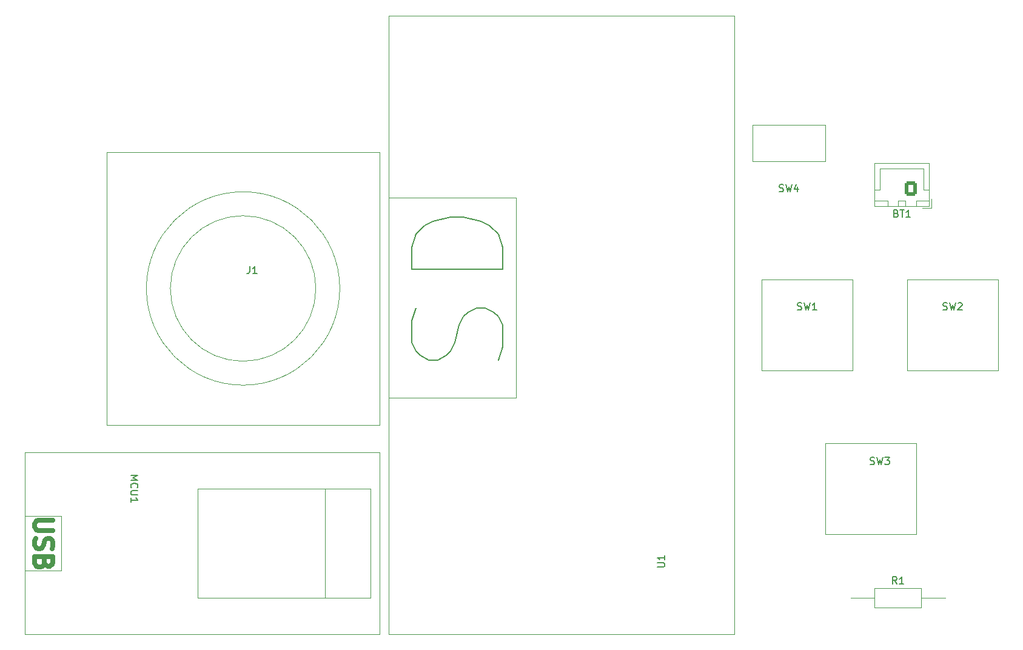
<source format=gto>
G04 #@! TF.GenerationSoftware,KiCad,Pcbnew,(6.0.10)*
G04 #@! TF.CreationDate,2024-03-15T22:27:51-04:00*
G04 #@! TF.ProjectId,RL2D,524c3244-2e6b-4696-9361-645f70636258,v0.6*
G04 #@! TF.SameCoordinates,Original*
G04 #@! TF.FileFunction,Legend,Top*
G04 #@! TF.FilePolarity,Positive*
%FSLAX46Y46*%
G04 Gerber Fmt 4.6, Leading zero omitted, Abs format (unit mm)*
G04 Created by KiCad (PCBNEW (6.0.10)) date 2024-03-15 22:27:51*
%MOMM*%
%LPD*%
G01*
G04 APERTURE LIST*
G04 Aperture macros list*
%AMRoundRect*
0 Rectangle with rounded corners*
0 $1 Rounding radius*
0 $2 $3 $4 $5 $6 $7 $8 $9 X,Y pos of 4 corners*
0 Add a 4 corners polygon primitive as box body*
4,1,4,$2,$3,$4,$5,$6,$7,$8,$9,$2,$3,0*
0 Add four circle primitives for the rounded corners*
1,1,$1+$1,$2,$3*
1,1,$1+$1,$4,$5*
1,1,$1+$1,$6,$7*
1,1,$1+$1,$8,$9*
0 Add four rect primitives between the rounded corners*
20,1,$1+$1,$2,$3,$4,$5,0*
20,1,$1+$1,$4,$5,$6,$7,0*
20,1,$1+$1,$6,$7,$8,$9,0*
20,1,$1+$1,$8,$9,$2,$3,0*%
G04 Aperture macros list end*
%ADD10C,0.150000*%
%ADD11C,0.635000*%
%ADD12C,0.120000*%
%ADD13C,1.600000*%
%ADD14O,1.600000X1.600000*%
%ADD15C,1.524000*%
%ADD16RoundRect,0.250000X0.600000X0.750000X-0.600000X0.750000X-0.600000X-0.750000X0.600000X-0.750000X0*%
%ADD17O,1.700000X2.000000*%
G04 APERTURE END LIST*
D10*
X195413333Y-102222380D02*
X195080000Y-101746190D01*
X194841904Y-102222380D02*
X194841904Y-101222380D01*
X195222857Y-101222380D01*
X195318095Y-101270000D01*
X195365714Y-101317619D01*
X195413333Y-101412857D01*
X195413333Y-101555714D01*
X195365714Y-101650952D01*
X195318095Y-101698571D01*
X195222857Y-101746190D01*
X194841904Y-101746190D01*
X196365714Y-102222380D02*
X195794285Y-102222380D01*
X196080000Y-102222380D02*
X196080000Y-101222380D01*
X195984761Y-101365238D01*
X195889523Y-101460476D01*
X195794285Y-101508095D01*
X181546666Y-63904761D02*
X181689523Y-63952380D01*
X181927619Y-63952380D01*
X182022857Y-63904761D01*
X182070476Y-63857142D01*
X182118095Y-63761904D01*
X182118095Y-63666666D01*
X182070476Y-63571428D01*
X182022857Y-63523809D01*
X181927619Y-63476190D01*
X181737142Y-63428571D01*
X181641904Y-63380952D01*
X181594285Y-63333333D01*
X181546666Y-63238095D01*
X181546666Y-63142857D01*
X181594285Y-63047619D01*
X181641904Y-63000000D01*
X181737142Y-62952380D01*
X181975238Y-62952380D01*
X182118095Y-63000000D01*
X182451428Y-62952380D02*
X182689523Y-63952380D01*
X182880000Y-63238095D01*
X183070476Y-63952380D01*
X183308571Y-62952380D01*
X184213333Y-63952380D02*
X183641904Y-63952380D01*
X183927619Y-63952380D02*
X183927619Y-62952380D01*
X183832380Y-63095238D01*
X183737142Y-63190476D01*
X183641904Y-63238095D01*
X162012380Y-99821904D02*
X162821904Y-99821904D01*
X162917142Y-99774285D01*
X162964761Y-99726666D01*
X163012380Y-99631428D01*
X163012380Y-99440952D01*
X162964761Y-99345714D01*
X162917142Y-99298095D01*
X162821904Y-99250476D01*
X162012380Y-99250476D01*
X163012380Y-98250476D02*
X163012380Y-98821904D01*
X163012380Y-98536190D02*
X162012380Y-98536190D01*
X162155238Y-98631428D01*
X162250476Y-98726666D01*
X162298095Y-98821904D01*
X139760476Y-70938571D02*
X140365238Y-69124285D01*
X140365238Y-66100476D01*
X139760476Y-64890952D01*
X139155714Y-64286190D01*
X137946190Y-63681428D01*
X136736666Y-63681428D01*
X135527142Y-64286190D01*
X134922380Y-64890952D01*
X134317619Y-66100476D01*
X133712857Y-68519523D01*
X133108095Y-69729047D01*
X132503333Y-70333809D01*
X131293809Y-70938571D01*
X130084285Y-70938571D01*
X128874761Y-70333809D01*
X128270000Y-69729047D01*
X127665238Y-68519523D01*
X127665238Y-65495714D01*
X128270000Y-63681428D01*
X140365238Y-58238571D02*
X127665238Y-58238571D01*
X127665238Y-55214761D01*
X128270000Y-53400476D01*
X129479523Y-52190952D01*
X130689047Y-51586190D01*
X133108095Y-50981428D01*
X134922380Y-50981428D01*
X137341428Y-51586190D01*
X138550952Y-52190952D01*
X139760476Y-53400476D01*
X140365238Y-55214761D01*
X140365238Y-58238571D01*
X201866666Y-63904761D02*
X202009523Y-63952380D01*
X202247619Y-63952380D01*
X202342857Y-63904761D01*
X202390476Y-63857142D01*
X202438095Y-63761904D01*
X202438095Y-63666666D01*
X202390476Y-63571428D01*
X202342857Y-63523809D01*
X202247619Y-63476190D01*
X202057142Y-63428571D01*
X201961904Y-63380952D01*
X201914285Y-63333333D01*
X201866666Y-63238095D01*
X201866666Y-63142857D01*
X201914285Y-63047619D01*
X201961904Y-63000000D01*
X202057142Y-62952380D01*
X202295238Y-62952380D01*
X202438095Y-63000000D01*
X202771428Y-62952380D02*
X203009523Y-63952380D01*
X203200000Y-63238095D01*
X203390476Y-63952380D01*
X203628571Y-62952380D01*
X203961904Y-63047619D02*
X204009523Y-63000000D01*
X204104761Y-62952380D01*
X204342857Y-62952380D01*
X204438095Y-63000000D01*
X204485714Y-63047619D01*
X204533333Y-63142857D01*
X204533333Y-63238095D01*
X204485714Y-63380952D01*
X203914285Y-63952380D01*
X204533333Y-63952380D01*
X105076666Y-57872380D02*
X105076666Y-58586666D01*
X105029047Y-58729523D01*
X104933809Y-58824761D01*
X104790952Y-58872380D01*
X104695714Y-58872380D01*
X106076666Y-58872380D02*
X105505238Y-58872380D01*
X105790952Y-58872380D02*
X105790952Y-57872380D01*
X105695714Y-58015238D01*
X105600476Y-58110476D01*
X105505238Y-58158095D01*
X191706666Y-85494761D02*
X191849523Y-85542380D01*
X192087619Y-85542380D01*
X192182857Y-85494761D01*
X192230476Y-85447142D01*
X192278095Y-85351904D01*
X192278095Y-85256666D01*
X192230476Y-85161428D01*
X192182857Y-85113809D01*
X192087619Y-85066190D01*
X191897142Y-85018571D01*
X191801904Y-84970952D01*
X191754285Y-84923333D01*
X191706666Y-84828095D01*
X191706666Y-84732857D01*
X191754285Y-84637619D01*
X191801904Y-84590000D01*
X191897142Y-84542380D01*
X192135238Y-84542380D01*
X192278095Y-84590000D01*
X192611428Y-84542380D02*
X192849523Y-85542380D01*
X193040000Y-84828095D01*
X193230476Y-85542380D01*
X193468571Y-84542380D01*
X193754285Y-84542380D02*
X194373333Y-84542380D01*
X194040000Y-84923333D01*
X194182857Y-84923333D01*
X194278095Y-84970952D01*
X194325714Y-85018571D01*
X194373333Y-85113809D01*
X194373333Y-85351904D01*
X194325714Y-85447142D01*
X194278095Y-85494761D01*
X194182857Y-85542380D01*
X193897142Y-85542380D01*
X193801904Y-85494761D01*
X193754285Y-85447142D01*
X88447619Y-87066666D02*
X89447619Y-87066666D01*
X88733333Y-87400000D01*
X89447619Y-87733333D01*
X88447619Y-87733333D01*
X88542857Y-88780952D02*
X88495238Y-88733333D01*
X88447619Y-88590476D01*
X88447619Y-88495238D01*
X88495238Y-88352380D01*
X88590476Y-88257142D01*
X88685714Y-88209523D01*
X88876190Y-88161904D01*
X89019047Y-88161904D01*
X89209523Y-88209523D01*
X89304761Y-88257142D01*
X89400000Y-88352380D01*
X89447619Y-88495238D01*
X89447619Y-88590476D01*
X89400000Y-88733333D01*
X89352380Y-88780952D01*
X89447619Y-89209523D02*
X88638095Y-89209523D01*
X88542857Y-89257142D01*
X88495238Y-89304761D01*
X88447619Y-89400000D01*
X88447619Y-89590476D01*
X88495238Y-89685714D01*
X88542857Y-89733333D01*
X88638095Y-89780952D01*
X89447619Y-89780952D01*
X88447619Y-90780952D02*
X88447619Y-90209523D01*
X88447619Y-90495238D02*
X89447619Y-90495238D01*
X89304761Y-90400000D01*
X89209523Y-90304761D01*
X89161904Y-90209523D01*
D11*
X77590952Y-93314761D02*
X75534761Y-93314761D01*
X75292857Y-93435714D01*
X75171904Y-93556666D01*
X75050952Y-93798571D01*
X75050952Y-94282380D01*
X75171904Y-94524285D01*
X75292857Y-94645238D01*
X75534761Y-94766190D01*
X77590952Y-94766190D01*
X75171904Y-95854761D02*
X75050952Y-96217619D01*
X75050952Y-96822380D01*
X75171904Y-97064285D01*
X75292857Y-97185238D01*
X75534761Y-97306190D01*
X75776666Y-97306190D01*
X76018571Y-97185238D01*
X76139523Y-97064285D01*
X76260476Y-96822380D01*
X76381428Y-96338571D01*
X76502380Y-96096666D01*
X76623333Y-95975714D01*
X76865238Y-95854761D01*
X77107142Y-95854761D01*
X77349047Y-95975714D01*
X77470000Y-96096666D01*
X77590952Y-96338571D01*
X77590952Y-96943333D01*
X77470000Y-97306190D01*
X76381428Y-99241428D02*
X76260476Y-99604285D01*
X76139523Y-99725238D01*
X75897619Y-99846190D01*
X75534761Y-99846190D01*
X75292857Y-99725238D01*
X75171904Y-99604285D01*
X75050952Y-99362380D01*
X75050952Y-98394761D01*
X77590952Y-98394761D01*
X77590952Y-99241428D01*
X77470000Y-99483333D01*
X77349047Y-99604285D01*
X77107142Y-99725238D01*
X76865238Y-99725238D01*
X76623333Y-99604285D01*
X76502380Y-99483333D01*
X76381428Y-99241428D01*
X76381428Y-98394761D01*
D10*
X195344285Y-50463571D02*
X195487142Y-50511190D01*
X195534761Y-50558809D01*
X195582380Y-50654047D01*
X195582380Y-50796904D01*
X195534761Y-50892142D01*
X195487142Y-50939761D01*
X195391904Y-50987380D01*
X195010952Y-50987380D01*
X195010952Y-49987380D01*
X195344285Y-49987380D01*
X195439523Y-50035000D01*
X195487142Y-50082619D01*
X195534761Y-50177857D01*
X195534761Y-50273095D01*
X195487142Y-50368333D01*
X195439523Y-50415952D01*
X195344285Y-50463571D01*
X195010952Y-50463571D01*
X195868095Y-49987380D02*
X196439523Y-49987380D01*
X196153809Y-50987380D02*
X196153809Y-49987380D01*
X197296666Y-50987380D02*
X196725238Y-50987380D01*
X197010952Y-50987380D02*
X197010952Y-49987380D01*
X196915714Y-50130238D01*
X196820476Y-50225476D01*
X196725238Y-50273095D01*
X179006666Y-47394761D02*
X179149523Y-47442380D01*
X179387619Y-47442380D01*
X179482857Y-47394761D01*
X179530476Y-47347142D01*
X179578095Y-47251904D01*
X179578095Y-47156666D01*
X179530476Y-47061428D01*
X179482857Y-47013809D01*
X179387619Y-46966190D01*
X179197142Y-46918571D01*
X179101904Y-46870952D01*
X179054285Y-46823333D01*
X179006666Y-46728095D01*
X179006666Y-46632857D01*
X179054285Y-46537619D01*
X179101904Y-46490000D01*
X179197142Y-46442380D01*
X179435238Y-46442380D01*
X179578095Y-46490000D01*
X179911428Y-46442380D02*
X180149523Y-47442380D01*
X180340000Y-46728095D01*
X180530476Y-47442380D01*
X180768571Y-46442380D01*
X181578095Y-46775714D02*
X181578095Y-47442380D01*
X181340000Y-46394761D02*
X181101904Y-47109047D01*
X181720952Y-47109047D01*
D12*
X192310000Y-102770000D02*
X192310000Y-105510000D01*
X192310000Y-105510000D02*
X198850000Y-105510000D01*
X198850000Y-102770000D02*
X192310000Y-102770000D01*
X189000000Y-104140000D02*
X192310000Y-104140000D01*
X198850000Y-105510000D02*
X198850000Y-102770000D01*
X202160000Y-104140000D02*
X198850000Y-104140000D01*
X189230000Y-59690000D02*
X176530000Y-59690000D01*
X176530000Y-59690000D02*
X176530000Y-72390000D01*
X176530000Y-72390000D02*
X189230000Y-72390000D01*
X189230000Y-72390000D02*
X189230000Y-59690000D01*
X124460000Y-22860000D02*
X172720000Y-22860000D01*
X172720000Y-22860000D02*
X172720000Y-109220000D01*
X172720000Y-109220000D02*
X124460000Y-109220000D01*
X124460000Y-109220000D02*
X124460000Y-22860000D01*
X124460000Y-48260000D02*
X142240000Y-48260000D01*
X142240000Y-48260000D02*
X142240000Y-76200000D01*
X142240000Y-76200000D02*
X124460000Y-76200000D01*
X124460000Y-76200000D02*
X124460000Y-48260000D01*
X209550000Y-59690000D02*
X196850000Y-59690000D01*
X196850000Y-59690000D02*
X196850000Y-72390000D01*
X196850000Y-72390000D02*
X209550000Y-72390000D01*
X209550000Y-72390000D02*
X209550000Y-59690000D01*
X123190000Y-41910000D02*
X85090000Y-41910000D01*
X85090000Y-41910000D02*
X85090000Y-80010000D01*
X85090000Y-80010000D02*
X123190000Y-80010000D01*
X123190000Y-80010000D02*
X123190000Y-41910000D01*
X114300000Y-60960000D02*
G75*
G03*
X114300000Y-60960000I-10160000J0D01*
G01*
X117640285Y-60960000D02*
G75*
G03*
X117640285Y-60960000I-13500285J0D01*
G01*
X198120000Y-82550000D02*
X185420000Y-82550000D01*
X185420000Y-82550000D02*
X185420000Y-95250000D01*
X185420000Y-95250000D02*
X198120000Y-95250000D01*
X198120000Y-95250000D02*
X198120000Y-82550000D01*
X115570000Y-88900000D02*
X97790000Y-88900000D01*
X97790000Y-88900000D02*
X97790000Y-104140000D01*
X97790000Y-104140000D02*
X115570000Y-104140000D01*
X115570000Y-104140000D02*
X115570000Y-88900000D01*
X123190000Y-83820000D02*
X73660000Y-83820000D01*
X73660000Y-83820000D02*
X73660000Y-109220000D01*
X73660000Y-109220000D02*
X123190000Y-109220000D01*
X123190000Y-109220000D02*
X123190000Y-83820000D01*
X73660000Y-92710000D02*
X78740000Y-92710000D01*
X78740000Y-92710000D02*
X78740000Y-100330000D01*
X78740000Y-100330000D02*
X73660000Y-100330000D01*
X73660000Y-100330000D02*
X73660000Y-92710000D01*
X115570000Y-88900000D02*
X121920000Y-88900000D01*
X121920000Y-88900000D02*
X121920000Y-104140000D01*
X121920000Y-104140000D02*
X115570000Y-104140000D01*
X115570000Y-104140000D02*
X115570000Y-88900000D01*
X199180000Y-47185000D02*
X199180000Y-44235000D01*
X193080000Y-47185000D02*
X193080000Y-44235000D01*
X192330000Y-48685000D02*
X192330000Y-49435000D01*
X199180000Y-44235000D02*
X196130000Y-44235000D01*
X199930000Y-48685000D02*
X198130000Y-48685000D01*
X198980000Y-49735000D02*
X200230000Y-49735000D01*
X199940000Y-49445000D02*
X199940000Y-43475000D01*
X192330000Y-47185000D02*
X193080000Y-47185000D01*
X199940000Y-43475000D02*
X192320000Y-43475000D01*
X199930000Y-49435000D02*
X199930000Y-48685000D01*
X193080000Y-44235000D02*
X196130000Y-44235000D01*
X196630000Y-49435000D02*
X196630000Y-48685000D01*
X196630000Y-48685000D02*
X195630000Y-48685000D01*
X192320000Y-49445000D02*
X199940000Y-49445000D01*
X198130000Y-48685000D02*
X198130000Y-49435000D01*
X194130000Y-49435000D02*
X194130000Y-48685000D01*
X200230000Y-49735000D02*
X200230000Y-48485000D01*
X192330000Y-49435000D02*
X194130000Y-49435000D01*
X199930000Y-47185000D02*
X199180000Y-47185000D01*
X198130000Y-49435000D02*
X199930000Y-49435000D01*
X195630000Y-49435000D02*
X196630000Y-49435000D01*
X195630000Y-48685000D02*
X195630000Y-49435000D01*
X194130000Y-48685000D02*
X192330000Y-48685000D01*
X192320000Y-43475000D02*
X192320000Y-49445000D01*
X185420000Y-38100000D02*
X175260000Y-38100000D01*
X175260000Y-38100000D02*
X175260000Y-43180000D01*
X175260000Y-43180000D02*
X185420000Y-43180000D01*
X185420000Y-43180000D02*
X185420000Y-38100000D01*
%LPC*%
D13*
X187960000Y-104140000D03*
D14*
X203200000Y-104140000D03*
D15*
X179070000Y-62230000D03*
X184150000Y-67310000D03*
X132080000Y-106680000D03*
X134620000Y-106680000D03*
X137160000Y-106680000D03*
X139700000Y-106680000D03*
X142240000Y-106680000D03*
X144780000Y-106680000D03*
X147320000Y-106680000D03*
X149860000Y-106680000D03*
X152400000Y-106680000D03*
X154940000Y-106680000D03*
X157480000Y-106680000D03*
X160020000Y-106680000D03*
X162560000Y-106680000D03*
X165100000Y-106680000D03*
X144780000Y-25400000D03*
X147320000Y-25400000D03*
X149860000Y-25400000D03*
X152400000Y-25400000D03*
X199390000Y-62230000D03*
X204470000Y-67310000D03*
X87630000Y-55880000D03*
X87630000Y-58420000D03*
X87630000Y-60960000D03*
X87630000Y-63500000D03*
X87630000Y-66040000D03*
X187960000Y-85090000D03*
X193040000Y-90170000D03*
X121920000Y-85090000D03*
X88900000Y-85090000D03*
X119380000Y-85090000D03*
X121920000Y-107950000D03*
X106680000Y-107950000D03*
X116840000Y-85090000D03*
X114300000Y-85090000D03*
X111760000Y-85090000D03*
X109220000Y-85090000D03*
X106680000Y-85090000D03*
X104140000Y-85090000D03*
X101600000Y-85090000D03*
X99060000Y-85090000D03*
X96520000Y-85090000D03*
X93980000Y-85090000D03*
X91440000Y-85090000D03*
X86360000Y-85090000D03*
X83820000Y-85090000D03*
X81280000Y-85090000D03*
X78740000Y-85090000D03*
X76200000Y-85090000D03*
X76200000Y-107950000D03*
X78740000Y-107950000D03*
X81280000Y-107950000D03*
X83820000Y-107950000D03*
X86360000Y-107950000D03*
X88900000Y-107950000D03*
X91440000Y-107950000D03*
X93980000Y-107950000D03*
X96520000Y-107950000D03*
X99060000Y-107950000D03*
X101600000Y-107950000D03*
X104140000Y-107950000D03*
X109220000Y-107950000D03*
X111760000Y-107950000D03*
X114300000Y-107950000D03*
X116840000Y-107950000D03*
X119380000Y-107950000D03*
D16*
X197380000Y-46985000D03*
D17*
X194880000Y-46985000D03*
D15*
X177800000Y-40640000D03*
X180340000Y-40640000D03*
X182880000Y-40640000D03*
M02*

</source>
